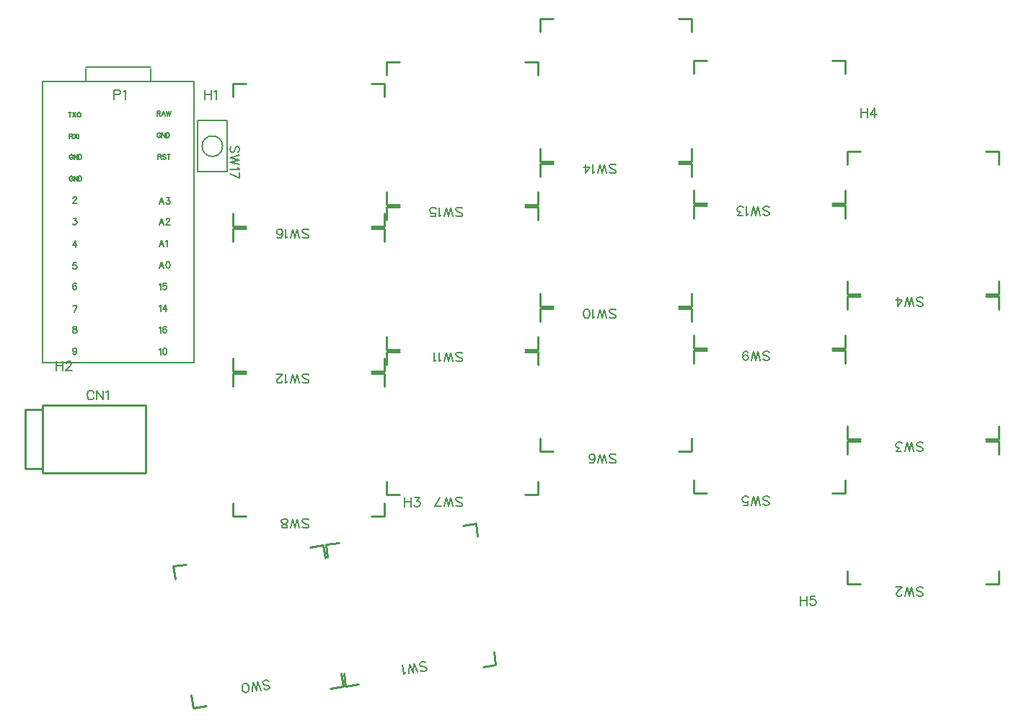
<source format=gto>
G04 Layer: TopSilkLayer*
G04 EasyEDA v6.4.7, 2020-12-07T21:14:05+01:00*
G04 b914d488d3f24411b8e9a5840e5f031f,4d97e48eab474e129cc19cc013e78dee,10*
G04 Gerber Generator version 0.2*
G04 Scale: 100 percent, Rotated: No, Reflected: No *
G04 Dimensions in millimeters *
G04 leading zeros omitted , absolute positions ,3 integer and 3 decimal *
%FSLAX33Y33*%
%MOMM*%
G90*
D02*

%ADD10C,0.254000*%
%ADD17C,0.203200*%
%ADD18C,0.203200*%
%ADD19C,0.178003*%
%ADD20C,0.177800*%
%ADD21C,0.152400*%

%LPD*%
G54D10*
G01X16893Y17853D02*
G01X17105Y16344D01*
G01X16893Y17853D02*
G01X18402Y18065D01*
G01X32986Y20112D02*
G01X34485Y20332D01*
G01X34697Y18823D01*
G01X16893Y17853D02*
G01X17105Y16344D01*
G01X16893Y17853D02*
G01X18402Y18065D01*
G01X32991Y20115D02*
G01X34489Y20335D01*
G01X34702Y18826D01*
G01X20735Y1464D02*
G01X19226Y1252D01*
G01X19014Y2761D01*
G01X36621Y5236D02*
G01X36833Y3726D01*
G01X35324Y3514D01*
G01X20735Y1464D02*
G01X19226Y1252D01*
G01X19014Y2761D01*
G01X36621Y5236D02*
G01X36833Y3726D01*
G01X35324Y3514D01*
G01X34800Y20393D02*
G01X35012Y18884D01*
G01X34800Y20393D02*
G01X36309Y20605D01*
G01X50893Y22652D02*
G01X52392Y22872D01*
G01X52604Y21363D01*
G01X34800Y20393D02*
G01X35012Y18884D01*
G01X34800Y20393D02*
G01X36309Y20605D01*
G01X50898Y22655D02*
G01X52396Y22875D01*
G01X52609Y21366D01*
G01X38642Y4004D02*
G01X37133Y3792D01*
G01X36921Y5301D01*
G01X54528Y7776D02*
G01X54740Y6266D01*
G01X53231Y6054D01*
G01X38642Y4004D02*
G01X37133Y3792D01*
G01X36921Y5301D01*
G01X54528Y7776D02*
G01X54740Y6266D01*
G01X53231Y6054D01*
G01X96022Y32512D02*
G01X96022Y30988D01*
G01X96022Y32512D02*
G01X97546Y32512D01*
G01X112273Y32509D02*
G01X113787Y32518D01*
G01X113787Y30994D01*
G01X96022Y32512D02*
G01X96022Y30988D01*
G01X96022Y32512D02*
G01X97546Y32512D01*
G01X112278Y32512D02*
G01X113792Y32521D01*
G01X113792Y30997D01*
G01X97546Y15748D02*
G01X96022Y15748D01*
G01X96022Y17272D01*
G01X113802Y17272D02*
G01X113802Y15748D01*
G01X112278Y15748D01*
G01X97546Y15748D02*
G01X96022Y15748D01*
G01X96022Y17272D01*
G01X113802Y17272D02*
G01X113802Y15748D01*
G01X112278Y15748D01*
G01X96022Y49530D02*
G01X96022Y48006D01*
G01X96022Y49530D02*
G01X97546Y49530D01*
G01X112273Y49527D02*
G01X113787Y49536D01*
G01X113787Y48012D01*
G01X96022Y49530D02*
G01X96022Y48006D01*
G01X96022Y49530D02*
G01X97546Y49530D01*
G01X112278Y49530D02*
G01X113792Y49539D01*
G01X113792Y48015D01*
G01X97546Y32766D02*
G01X96022Y32766D01*
G01X96022Y34290D01*
G01X113802Y34290D02*
G01X113802Y32766D01*
G01X112278Y32766D01*
G01X97546Y32766D02*
G01X96022Y32766D01*
G01X96022Y34290D01*
G01X113802Y34290D02*
G01X113802Y32766D01*
G01X112278Y32766D01*
G01X96022Y66548D02*
G01X96022Y65024D01*
G01X96022Y66548D02*
G01X97546Y66548D01*
G01X112273Y66545D02*
G01X113787Y66554D01*
G01X113787Y65030D01*
G01X96022Y66548D02*
G01X96022Y65024D01*
G01X96022Y66548D02*
G01X97546Y66548D01*
G01X112278Y66548D02*
G01X113792Y66557D01*
G01X113792Y65033D01*
G01X97546Y49784D02*
G01X96022Y49784D01*
G01X96022Y51308D01*
G01X113802Y51308D02*
G01X113802Y49784D01*
G01X112278Y49784D01*
G01X97546Y49784D02*
G01X96022Y49784D01*
G01X96022Y51308D01*
G01X113802Y51308D02*
G01X113802Y49784D01*
G01X112278Y49784D01*
G01X77988Y43180D02*
G01X77988Y41656D01*
G01X77988Y43180D02*
G01X79512Y43180D01*
G01X94239Y43177D02*
G01X95753Y43186D01*
G01X95753Y41662D01*
G01X77988Y43180D02*
G01X77988Y41656D01*
G01X77988Y43180D02*
G01X79512Y43180D01*
G01X94244Y43180D02*
G01X95758Y43189D01*
G01X95758Y41665D01*
G01X79512Y26416D02*
G01X77988Y26416D01*
G01X77988Y27940D01*
G01X95768Y27940D02*
G01X95768Y26416D01*
G01X94244Y26416D01*
G01X79512Y26416D02*
G01X77988Y26416D01*
G01X77988Y27940D01*
G01X95768Y27940D02*
G01X95768Y26416D01*
G01X94244Y26416D01*
G01X59954Y48133D02*
G01X59954Y46609D01*
G01X59954Y48133D02*
G01X61478Y48133D01*
G01X76205Y48130D02*
G01X77719Y48139D01*
G01X77719Y46615D01*
G01X59954Y48133D02*
G01X59954Y46609D01*
G01X59954Y48133D02*
G01X61478Y48133D01*
G01X76210Y48133D02*
G01X77724Y48142D01*
G01X77724Y46618D01*
G01X61478Y31369D02*
G01X59954Y31369D01*
G01X59954Y32893D01*
G01X77734Y32893D02*
G01X77734Y31369D01*
G01X76210Y31369D01*
G01X61478Y31369D02*
G01X59954Y31369D01*
G01X59954Y32893D01*
G01X77734Y32893D02*
G01X77734Y31369D01*
G01X76210Y31369D01*
G01X41920Y43053D02*
G01X41920Y41529D01*
G01X41920Y43053D02*
G01X43444Y43053D01*
G01X58171Y43050D02*
G01X59685Y43059D01*
G01X59685Y41535D01*
G01X41920Y43053D02*
G01X41920Y41529D01*
G01X41920Y43053D02*
G01X43444Y43053D01*
G01X58176Y43053D02*
G01X59690Y43062D01*
G01X59690Y41538D01*
G01X43444Y26289D02*
G01X41920Y26289D01*
G01X41920Y27813D01*
G01X59700Y27813D02*
G01X59700Y26289D01*
G01X58176Y26289D01*
G01X43444Y26289D02*
G01X41920Y26289D01*
G01X41920Y27813D01*
G01X59700Y27813D02*
G01X59700Y26289D01*
G01X58176Y26289D01*
G01X23886Y40513D02*
G01X23886Y38989D01*
G01X23886Y40513D02*
G01X25410Y40513D01*
G01X40137Y40510D02*
G01X41651Y40519D01*
G01X41651Y38995D01*
G01X23886Y40513D02*
G01X23886Y38989D01*
G01X23886Y40513D02*
G01X25410Y40513D01*
G01X40142Y40513D02*
G01X41656Y40522D01*
G01X41656Y38998D01*
G01X25410Y23749D02*
G01X23886Y23749D01*
G01X23886Y25273D01*
G01X41666Y25273D02*
G01X41666Y23749D01*
G01X40142Y23749D01*
G01X25410Y23749D02*
G01X23886Y23749D01*
G01X23886Y25273D01*
G01X41666Y25273D02*
G01X41666Y23749D01*
G01X40142Y23749D01*
G01X77988Y60198D02*
G01X77988Y58674D01*
G01X77988Y60198D02*
G01X79512Y60198D01*
G01X94239Y60195D02*
G01X95753Y60204D01*
G01X95753Y58680D01*
G01X77988Y60198D02*
G01X77988Y58674D01*
G01X77988Y60198D02*
G01X79512Y60198D01*
G01X94244Y60198D02*
G01X95758Y60207D01*
G01X95758Y58683D01*
G01X79512Y43434D02*
G01X77988Y43434D01*
G01X77988Y44958D01*
G01X95768Y44958D02*
G01X95768Y43434D01*
G01X94244Y43434D01*
G01X79512Y43434D02*
G01X77988Y43434D01*
G01X77988Y44958D01*
G01X95768Y44958D02*
G01X95768Y43434D01*
G01X94244Y43434D01*
G01X59954Y65151D02*
G01X59954Y63627D01*
G01X59954Y65151D02*
G01X61478Y65151D01*
G01X76205Y65148D02*
G01X77719Y65157D01*
G01X77719Y63633D01*
G01X59954Y65151D02*
G01X59954Y63627D01*
G01X59954Y65151D02*
G01X61478Y65151D01*
G01X76210Y65151D02*
G01X77724Y65160D01*
G01X77724Y63636D01*
G01X61478Y48387D02*
G01X59954Y48387D01*
G01X59954Y49911D01*
G01X77734Y49911D02*
G01X77734Y48387D01*
G01X76210Y48387D01*
G01X61478Y48387D02*
G01X59954Y48387D01*
G01X59954Y49911D01*
G01X77734Y49911D02*
G01X77734Y48387D01*
G01X76210Y48387D01*
G01X41920Y60071D02*
G01X41920Y58547D01*
G01X41920Y60071D02*
G01X43444Y60071D01*
G01X58171Y60068D02*
G01X59685Y60077D01*
G01X59685Y58553D01*
G01X41920Y60071D02*
G01X41920Y58547D01*
G01X41920Y60071D02*
G01X43444Y60071D01*
G01X58176Y60071D02*
G01X59690Y60080D01*
G01X59690Y58556D01*
G01X43444Y43307D02*
G01X41920Y43307D01*
G01X41920Y44831D01*
G01X59700Y44831D02*
G01X59700Y43307D01*
G01X58176Y43307D01*
G01X43444Y43307D02*
G01X41920Y43307D01*
G01X41920Y44831D01*
G01X59700Y44831D02*
G01X59700Y43307D01*
G01X58176Y43307D01*
G01X23886Y57531D02*
G01X23886Y56007D01*
G01X23886Y57531D02*
G01X25410Y57531D01*
G01X40137Y57528D02*
G01X41651Y57537D01*
G01X41651Y56013D01*
G01X23886Y57531D02*
G01X23886Y56007D01*
G01X23886Y57531D02*
G01X25410Y57531D01*
G01X40142Y57531D02*
G01X41656Y57540D01*
G01X41656Y56016D01*
G01X25410Y40767D02*
G01X23886Y40767D01*
G01X23886Y42291D01*
G01X41666Y42291D02*
G01X41666Y40767D01*
G01X40142Y40767D01*
G01X25410Y40767D02*
G01X23886Y40767D01*
G01X23886Y42291D01*
G01X41666Y42291D02*
G01X41666Y40767D01*
G01X40142Y40767D01*
G01X77988Y77216D02*
G01X77988Y75692D01*
G01X77988Y77216D02*
G01X79512Y77216D01*
G01X94239Y77213D02*
G01X95753Y77222D01*
G01X95753Y75698D01*
G01X77988Y77216D02*
G01X77988Y75692D01*
G01X77988Y77216D02*
G01X79512Y77216D01*
G01X94244Y77216D02*
G01X95758Y77225D01*
G01X95758Y75701D01*
G01X79512Y60452D02*
G01X77988Y60452D01*
G01X77988Y61976D01*
G01X95768Y61976D02*
G01X95768Y60452D01*
G01X94244Y60452D01*
G01X79512Y60452D02*
G01X77988Y60452D01*
G01X77988Y61976D01*
G01X95768Y61976D02*
G01X95768Y60452D01*
G01X94244Y60452D01*
G01X59954Y82169D02*
G01X59954Y80645D01*
G01X59954Y82169D02*
G01X61478Y82169D01*
G01X76205Y82166D02*
G01X77719Y82175D01*
G01X77719Y80651D01*
G01X59954Y82169D02*
G01X59954Y80645D01*
G01X59954Y82169D02*
G01X61478Y82169D01*
G01X76210Y82169D02*
G01X77724Y82178D01*
G01X77724Y80654D01*
G01X61478Y65405D02*
G01X59954Y65405D01*
G01X59954Y66929D01*
G01X77734Y66929D02*
G01X77734Y65405D01*
G01X76210Y65405D01*
G01X61478Y65405D02*
G01X59954Y65405D01*
G01X59954Y66929D01*
G01X77734Y66929D02*
G01X77734Y65405D01*
G01X76210Y65405D01*
G01X41920Y77089D02*
G01X41920Y75565D01*
G01X41920Y77089D02*
G01X43444Y77089D01*
G01X58171Y77086D02*
G01X59685Y77095D01*
G01X59685Y75571D01*
G01X41920Y77089D02*
G01X41920Y75565D01*
G01X41920Y77089D02*
G01X43444Y77089D01*
G01X58176Y77089D02*
G01X59690Y77098D01*
G01X59690Y75574D01*
G01X43444Y60325D02*
G01X41920Y60325D01*
G01X41920Y61849D01*
G01X59700Y61849D02*
G01X59700Y60325D01*
G01X58176Y60325D01*
G01X43444Y60325D02*
G01X41920Y60325D01*
G01X41920Y61849D01*
G01X59700Y61849D02*
G01X59700Y60325D01*
G01X58176Y60325D01*
G01X23886Y74549D02*
G01X23886Y73025D01*
G01X23886Y74549D02*
G01X25410Y74549D01*
G01X40137Y74546D02*
G01X41651Y74555D01*
G01X41651Y73031D01*
G01X23886Y74549D02*
G01X23886Y73025D01*
G01X23886Y74549D02*
G01X25410Y74549D01*
G01X40142Y74549D02*
G01X41656Y74558D01*
G01X41656Y73034D01*
G01X25410Y57785D02*
G01X23886Y57785D01*
G01X23886Y59309D01*
G01X41666Y59309D02*
G01X41666Y57785D01*
G01X40142Y57785D01*
G01X25410Y57785D02*
G01X23886Y57785D01*
G01X23886Y59309D01*
G01X41666Y59309D02*
G01X41666Y57785D01*
G01X40142Y57785D01*
G54D17*
G01X6614Y74803D02*
G01X6614Y76327D01*
G01X14234Y76327D02*
G01X14234Y74803D01*
G01X6614Y76454D02*
G01X14234Y76454D01*
G54D18*
G01X1534Y74803D02*
G01X1534Y41783D01*
G01X19314Y41783D01*
G01X19314Y74803D01*
G01X1534Y74803D01*
G54D10*
G01X-465Y36281D02*
G01X-465Y29282D01*
G01X-465Y29282D02*
G01X1534Y29282D01*
G01X-465Y36281D02*
G01X1534Y36281D01*
G01X1534Y36781D02*
G01X13634Y36781D01*
G01X13634Y28782D01*
G01X1534Y28782D01*
G01X1534Y36781D01*
G54D19*
G01X23223Y64183D02*
G01X19723Y64183D01*
G01X23223Y70182D02*
G01X19723Y70182D01*
G01X19720Y70180D02*
G01X19720Y64180D01*
G54D20*
G01X23225Y64185D02*
G01X23225Y70185D01*
G54D21*
G01X27495Y3482D02*
G01X27612Y3393D01*
G01X27775Y3365D01*
G01X27979Y3393D01*
G01X28128Y3466D01*
G01X28216Y3583D01*
G01X28202Y3686D01*
G01X28135Y3782D01*
G01X28077Y3825D01*
G01X27967Y3864D01*
G01X27643Y3923D01*
G01X27533Y3959D01*
G01X27475Y4005D01*
G01X27408Y4101D01*
G01X27386Y4254D01*
G01X27475Y4372D01*
G01X27624Y4444D01*
G01X27827Y4473D01*
G01X27990Y4444D01*
G01X28108Y4356D01*
G01X27177Y3281D02*
G01X26768Y4324D01*
G01X26663Y3209D02*
G01X26768Y4324D01*
G01X26663Y3209D02*
G01X26255Y4252D01*
G01X26148Y3136D02*
G01X26255Y4252D01*
G01X25501Y3045D02*
G01X25648Y3117D01*
G01X25729Y3288D01*
G01X25743Y3551D01*
G01X25722Y3705D01*
G01X25635Y3957D01*
G01X25510Y4096D01*
G01X25350Y4124D01*
G01X25247Y4110D01*
G01X25098Y4038D01*
G01X25016Y3870D01*
G01X25002Y3604D01*
G01X25024Y3450D01*
G01X25110Y3201D01*
G01X25235Y3059D01*
G01X25398Y3031D01*
G01X25501Y3045D01*
G01X45911Y5641D02*
G01X46029Y5552D01*
G01X46189Y5524D01*
G01X46396Y5553D01*
G01X46542Y5624D01*
G01X46631Y5742D01*
G01X46616Y5845D01*
G01X46551Y5941D01*
G01X46491Y5987D01*
G01X46381Y6023D01*
G01X46057Y6082D01*
G01X45949Y6118D01*
G01X45889Y6164D01*
G01X45824Y6260D01*
G01X45803Y6413D01*
G01X45891Y6531D01*
G01X46038Y6603D01*
G01X46244Y6632D01*
G01X46404Y6603D01*
G01X46522Y6514D01*
G01X45593Y5440D02*
G01X45183Y6482D01*
G01X45078Y5367D02*
G01X45183Y6482D01*
G01X45078Y5367D02*
G01X44669Y6410D01*
G01X44564Y5295D02*
G01X44669Y6410D01*
G01X44196Y5454D02*
G01X44100Y5386D01*
G01X43966Y5211D01*
G01X43814Y6290D01*
G01X104185Y14495D02*
G01X104289Y14391D01*
G01X104444Y14340D01*
G01X104653Y14340D01*
G01X104808Y14391D01*
G01X104912Y14495D01*
G01X104912Y14599D01*
G01X104861Y14704D01*
G01X104808Y14757D01*
G01X104704Y14808D01*
G01X104391Y14912D01*
G01X104289Y14963D01*
G01X104236Y15016D01*
G01X104185Y15120D01*
G01X104185Y15275D01*
G01X104289Y15379D01*
G01X104444Y15430D01*
G01X104653Y15430D01*
G01X104808Y15379D01*
G01X104912Y15275D01*
G01X103842Y14340D02*
G01X103581Y15430D01*
G01X103322Y14340D02*
G01X103581Y15430D01*
G01X103322Y14340D02*
G01X103063Y15430D01*
G01X102804Y14340D02*
G01X103063Y15430D01*
G01X102407Y14599D02*
G01X102407Y14549D01*
G01X102357Y14444D01*
G01X102303Y14391D01*
G01X102199Y14340D01*
G01X101991Y14340D01*
G01X101889Y14391D01*
G01X101836Y14444D01*
G01X101785Y14549D01*
G01X101785Y14653D01*
G01X101836Y14757D01*
G01X101940Y14912D01*
G01X102461Y15430D01*
G01X101732Y15430D01*
G01X104185Y31513D02*
G01X104289Y31409D01*
G01X104444Y31358D01*
G01X104653Y31358D01*
G01X104808Y31409D01*
G01X104912Y31513D01*
G01X104912Y31617D01*
G01X104861Y31722D01*
G01X104808Y31775D01*
G01X104704Y31826D01*
G01X104391Y31930D01*
G01X104289Y31981D01*
G01X104236Y32034D01*
G01X104185Y32138D01*
G01X104185Y32293D01*
G01X104289Y32397D01*
G01X104444Y32448D01*
G01X104653Y32448D01*
G01X104808Y32397D01*
G01X104912Y32293D01*
G01X103842Y31358D02*
G01X103581Y32448D01*
G01X103322Y31358D02*
G01X103581Y32448D01*
G01X103322Y31358D02*
G01X103063Y32448D01*
G01X102804Y31358D02*
G01X103063Y32448D01*
G01X102356Y31358D02*
G01X101785Y31358D01*
G01X102095Y31775D01*
G01X101940Y31775D01*
G01X101836Y31826D01*
G01X101785Y31877D01*
G01X101732Y32034D01*
G01X101732Y32138D01*
G01X101785Y32293D01*
G01X101889Y32397D01*
G01X102044Y32448D01*
G01X102199Y32448D01*
G01X102357Y32397D01*
G01X102407Y32346D01*
G01X102461Y32242D01*
G01X104185Y48531D02*
G01X104289Y48427D01*
G01X104444Y48376D01*
G01X104653Y48376D01*
G01X104808Y48427D01*
G01X104912Y48531D01*
G01X104912Y48635D01*
G01X104861Y48740D01*
G01X104808Y48793D01*
G01X104704Y48844D01*
G01X104391Y48948D01*
G01X104289Y48999D01*
G01X104236Y49052D01*
G01X104185Y49156D01*
G01X104185Y49311D01*
G01X104289Y49415D01*
G01X104444Y49466D01*
G01X104653Y49466D01*
G01X104808Y49415D01*
G01X104912Y49311D01*
G01X103842Y48376D02*
G01X103581Y49466D01*
G01X103322Y48376D02*
G01X103581Y49466D01*
G01X103322Y48376D02*
G01X103063Y49466D01*
G01X102804Y48376D02*
G01X103063Y49466D01*
G01X101940Y48376D02*
G01X102461Y49103D01*
G01X101681Y49103D01*
G01X101940Y48376D02*
G01X101940Y49466D01*
G01X86151Y25163D02*
G01X86255Y25059D01*
G01X86410Y25008D01*
G01X86619Y25008D01*
G01X86774Y25059D01*
G01X86878Y25163D01*
G01X86878Y25267D01*
G01X86827Y25372D01*
G01X86774Y25425D01*
G01X86670Y25476D01*
G01X86357Y25580D01*
G01X86255Y25631D01*
G01X86202Y25684D01*
G01X86151Y25788D01*
G01X86151Y25943D01*
G01X86255Y26047D01*
G01X86410Y26098D01*
G01X86619Y26098D01*
G01X86774Y26047D01*
G01X86878Y25943D01*
G01X85808Y25008D02*
G01X85547Y26098D01*
G01X85288Y25008D02*
G01X85547Y26098D01*
G01X85288Y25008D02*
G01X85029Y26098D01*
G01X84770Y25008D02*
G01X85029Y26098D01*
G01X83802Y25008D02*
G01X84323Y25008D01*
G01X84373Y25476D01*
G01X84323Y25425D01*
G01X84165Y25372D01*
G01X84010Y25372D01*
G01X83855Y25425D01*
G01X83751Y25527D01*
G01X83698Y25684D01*
G01X83698Y25788D01*
G01X83751Y25943D01*
G01X83855Y26047D01*
G01X84010Y26098D01*
G01X84165Y26098D01*
G01X84323Y26047D01*
G01X84373Y25996D01*
G01X84427Y25892D01*
G01X68117Y30116D02*
G01X68221Y30012D01*
G01X68376Y29961D01*
G01X68585Y29961D01*
G01X68740Y30012D01*
G01X68844Y30116D01*
G01X68844Y30220D01*
G01X68793Y30325D01*
G01X68740Y30378D01*
G01X68636Y30429D01*
G01X68323Y30533D01*
G01X68221Y30584D01*
G01X68168Y30637D01*
G01X68117Y30741D01*
G01X68117Y30896D01*
G01X68221Y31000D01*
G01X68376Y31051D01*
G01X68585Y31051D01*
G01X68740Y31000D01*
G01X68844Y30896D01*
G01X67774Y29961D02*
G01X67513Y31051D01*
G01X67254Y29961D02*
G01X67513Y31051D01*
G01X67254Y29961D02*
G01X66995Y31051D01*
G01X66736Y29961D02*
G01X66995Y31051D01*
G01X65768Y30116D02*
G01X65821Y30012D01*
G01X65976Y29961D01*
G01X66080Y29961D01*
G01X66235Y30012D01*
G01X66339Y30170D01*
G01X66393Y30429D01*
G01X66393Y30688D01*
G01X66339Y30896D01*
G01X66235Y31000D01*
G01X66080Y31051D01*
G01X66027Y31051D01*
G01X65872Y31000D01*
G01X65768Y30896D01*
G01X65717Y30741D01*
G01X65717Y30688D01*
G01X65768Y30533D01*
G01X65872Y30429D01*
G01X66027Y30378D01*
G01X66080Y30378D01*
G01X66235Y30429D01*
G01X66339Y30533D01*
G01X66393Y30688D01*
G01X50083Y25036D02*
G01X50187Y24932D01*
G01X50342Y24881D01*
G01X50551Y24881D01*
G01X50706Y24932D01*
G01X50810Y25036D01*
G01X50810Y25140D01*
G01X50759Y25245D01*
G01X50706Y25298D01*
G01X50602Y25349D01*
G01X50289Y25453D01*
G01X50187Y25504D01*
G01X50134Y25557D01*
G01X50083Y25661D01*
G01X50083Y25816D01*
G01X50187Y25920D01*
G01X50342Y25971D01*
G01X50551Y25971D01*
G01X50706Y25920D01*
G01X50810Y25816D01*
G01X49740Y24881D02*
G01X49479Y25971D01*
G01X49220Y24881D02*
G01X49479Y25971D01*
G01X49220Y24881D02*
G01X48961Y25971D01*
G01X48702Y24881D02*
G01X48961Y25971D01*
G01X47630Y24881D02*
G01X48150Y25971D01*
G01X48359Y24881D02*
G01X47630Y24881D01*
G01X32049Y22496D02*
G01X32153Y22392D01*
G01X32308Y22341D01*
G01X32517Y22341D01*
G01X32672Y22392D01*
G01X32776Y22496D01*
G01X32776Y22600D01*
G01X32725Y22705D01*
G01X32672Y22758D01*
G01X32568Y22809D01*
G01X32255Y22913D01*
G01X32153Y22964D01*
G01X32100Y23017D01*
G01X32049Y23121D01*
G01X32049Y23276D01*
G01X32153Y23380D01*
G01X32308Y23431D01*
G01X32517Y23431D01*
G01X32672Y23380D01*
G01X32776Y23276D01*
G01X31706Y22341D02*
G01X31445Y23431D01*
G01X31186Y22341D02*
G01X31445Y23431D01*
G01X31186Y22341D02*
G01X30927Y23431D01*
G01X30668Y22341D02*
G01X30927Y23431D01*
G01X30063Y22341D02*
G01X30221Y22392D01*
G01X30271Y22496D01*
G01X30271Y22600D01*
G01X30221Y22705D01*
G01X30116Y22758D01*
G01X29908Y22809D01*
G01X29753Y22860D01*
G01X29649Y22964D01*
G01X29596Y23068D01*
G01X29596Y23225D01*
G01X29649Y23329D01*
G01X29700Y23380D01*
G01X29855Y23431D01*
G01X30063Y23431D01*
G01X30221Y23380D01*
G01X30271Y23329D01*
G01X30325Y23225D01*
G01X30325Y23068D01*
G01X30271Y22964D01*
G01X30167Y22860D01*
G01X30012Y22809D01*
G01X29804Y22758D01*
G01X29700Y22705D01*
G01X29649Y22600D01*
G01X29649Y22496D01*
G01X29700Y22392D01*
G01X29855Y22341D01*
G01X30063Y22341D01*
G01X86151Y42181D02*
G01X86255Y42077D01*
G01X86410Y42026D01*
G01X86619Y42026D01*
G01X86774Y42077D01*
G01X86878Y42181D01*
G01X86878Y42285D01*
G01X86827Y42390D01*
G01X86774Y42443D01*
G01X86670Y42494D01*
G01X86357Y42598D01*
G01X86255Y42649D01*
G01X86202Y42702D01*
G01X86151Y42806D01*
G01X86151Y42961D01*
G01X86255Y43065D01*
G01X86410Y43116D01*
G01X86619Y43116D01*
G01X86774Y43065D01*
G01X86878Y42961D01*
G01X85808Y42026D02*
G01X85547Y43116D01*
G01X85288Y42026D02*
G01X85547Y43116D01*
G01X85288Y42026D02*
G01X85029Y43116D01*
G01X84770Y42026D02*
G01X85029Y43116D01*
G01X83751Y42390D02*
G01X83802Y42545D01*
G01X83906Y42649D01*
G01X84061Y42702D01*
G01X84114Y42702D01*
G01X84269Y42649D01*
G01X84373Y42545D01*
G01X84427Y42390D01*
G01X84427Y42339D01*
G01X84373Y42181D01*
G01X84269Y42077D01*
G01X84114Y42026D01*
G01X84061Y42026D01*
G01X83906Y42077D01*
G01X83802Y42181D01*
G01X83751Y42390D01*
G01X83751Y42649D01*
G01X83802Y42910D01*
G01X83906Y43065D01*
G01X84061Y43116D01*
G01X84165Y43116D01*
G01X84323Y43065D01*
G01X84373Y42961D01*
G01X68117Y47134D02*
G01X68221Y47030D01*
G01X68376Y46979D01*
G01X68585Y46979D01*
G01X68740Y47030D01*
G01X68844Y47134D01*
G01X68844Y47238D01*
G01X68793Y47343D01*
G01X68740Y47396D01*
G01X68636Y47447D01*
G01X68323Y47551D01*
G01X68221Y47602D01*
G01X68168Y47655D01*
G01X68117Y47759D01*
G01X68117Y47914D01*
G01X68221Y48018D01*
G01X68376Y48069D01*
G01X68585Y48069D01*
G01X68740Y48018D01*
G01X68844Y47914D01*
G01X67774Y46979D02*
G01X67513Y48069D01*
G01X67254Y46979D02*
G01X67513Y48069D01*
G01X67254Y46979D02*
G01X66995Y48069D01*
G01X66736Y46979D02*
G01X66995Y48069D01*
G01X66393Y47188D02*
G01X66289Y47134D01*
G01X66131Y46979D01*
G01X66131Y48069D01*
G01X65478Y46979D02*
G01X65633Y47030D01*
G01X65737Y47188D01*
G01X65788Y47447D01*
G01X65788Y47602D01*
G01X65737Y47863D01*
G01X65633Y48018D01*
G01X65478Y48069D01*
G01X65374Y48069D01*
G01X65217Y48018D01*
G01X65113Y47863D01*
G01X65062Y47602D01*
G01X65062Y47447D01*
G01X65113Y47188D01*
G01X65217Y47030D01*
G01X65374Y46979D01*
G01X65478Y46979D01*
G01X50083Y42054D02*
G01X50187Y41950D01*
G01X50342Y41899D01*
G01X50551Y41899D01*
G01X50706Y41950D01*
G01X50810Y42054D01*
G01X50810Y42158D01*
G01X50759Y42263D01*
G01X50706Y42316D01*
G01X50602Y42367D01*
G01X50289Y42471D01*
G01X50187Y42522D01*
G01X50134Y42575D01*
G01X50083Y42679D01*
G01X50083Y42834D01*
G01X50187Y42938D01*
G01X50342Y42989D01*
G01X50551Y42989D01*
G01X50706Y42938D01*
G01X50810Y42834D01*
G01X49740Y41899D02*
G01X49479Y42989D01*
G01X49220Y41899D02*
G01X49479Y42989D01*
G01X49220Y41899D02*
G01X48961Y42989D01*
G01X48702Y41899D02*
G01X48961Y42989D01*
G01X48359Y42108D02*
G01X48255Y42054D01*
G01X48097Y41899D01*
G01X48097Y42989D01*
G01X47754Y42108D02*
G01X47650Y42054D01*
G01X47495Y41899D01*
G01X47495Y42989D01*
G01X32049Y39514D02*
G01X32153Y39410D01*
G01X32308Y39359D01*
G01X32517Y39359D01*
G01X32672Y39410D01*
G01X32776Y39514D01*
G01X32776Y39618D01*
G01X32725Y39723D01*
G01X32672Y39776D01*
G01X32568Y39827D01*
G01X32255Y39931D01*
G01X32153Y39982D01*
G01X32100Y40035D01*
G01X32049Y40139D01*
G01X32049Y40294D01*
G01X32153Y40398D01*
G01X32308Y40449D01*
G01X32517Y40449D01*
G01X32672Y40398D01*
G01X32776Y40294D01*
G01X31706Y39359D02*
G01X31445Y40449D01*
G01X31186Y39359D02*
G01X31445Y40449D01*
G01X31186Y39359D02*
G01X30927Y40449D01*
G01X30668Y39359D02*
G01X30927Y40449D01*
G01X30325Y39568D02*
G01X30221Y39514D01*
G01X30063Y39359D01*
G01X30063Y40449D01*
G01X29669Y39618D02*
G01X29669Y39568D01*
G01X29616Y39463D01*
G01X29565Y39410D01*
G01X29461Y39359D01*
G01X29253Y39359D01*
G01X29149Y39410D01*
G01X29098Y39463D01*
G01X29045Y39568D01*
G01X29045Y39672D01*
G01X29098Y39776D01*
G01X29202Y39931D01*
G01X29720Y40449D01*
G01X28994Y40449D01*
G01X86151Y59199D02*
G01X86255Y59095D01*
G01X86410Y59044D01*
G01X86619Y59044D01*
G01X86774Y59095D01*
G01X86878Y59199D01*
G01X86878Y59303D01*
G01X86827Y59408D01*
G01X86774Y59461D01*
G01X86670Y59512D01*
G01X86357Y59616D01*
G01X86255Y59667D01*
G01X86202Y59720D01*
G01X86151Y59824D01*
G01X86151Y59979D01*
G01X86255Y60083D01*
G01X86410Y60134D01*
G01X86619Y60134D01*
G01X86774Y60083D01*
G01X86878Y59979D01*
G01X85808Y59044D02*
G01X85547Y60134D01*
G01X85288Y59044D02*
G01X85547Y60134D01*
G01X85288Y59044D02*
G01X85029Y60134D01*
G01X84770Y59044D02*
G01X85029Y60134D01*
G01X84427Y59253D02*
G01X84323Y59199D01*
G01X84165Y59044D01*
G01X84165Y60134D01*
G01X83718Y59044D02*
G01X83147Y59044D01*
G01X83459Y59461D01*
G01X83304Y59461D01*
G01X83200Y59512D01*
G01X83147Y59563D01*
G01X83096Y59720D01*
G01X83096Y59824D01*
G01X83147Y59979D01*
G01X83251Y60083D01*
G01X83408Y60134D01*
G01X83563Y60134D01*
G01X83718Y60083D01*
G01X83771Y60032D01*
G01X83822Y59928D01*
G01X68117Y64152D02*
G01X68221Y64048D01*
G01X68376Y63997D01*
G01X68585Y63997D01*
G01X68740Y64048D01*
G01X68844Y64152D01*
G01X68844Y64256D01*
G01X68793Y64361D01*
G01X68740Y64414D01*
G01X68636Y64465D01*
G01X68323Y64569D01*
G01X68221Y64620D01*
G01X68168Y64673D01*
G01X68117Y64777D01*
G01X68117Y64932D01*
G01X68221Y65036D01*
G01X68376Y65087D01*
G01X68585Y65087D01*
G01X68740Y65036D01*
G01X68844Y64932D01*
G01X67774Y63997D02*
G01X67513Y65087D01*
G01X67254Y63997D02*
G01X67513Y65087D01*
G01X67254Y63997D02*
G01X66995Y65087D01*
G01X66736Y63997D02*
G01X66995Y65087D01*
G01X66393Y64206D02*
G01X66289Y64152D01*
G01X66131Y63997D01*
G01X66131Y65087D01*
G01X65270Y63997D02*
G01X65788Y64724D01*
G01X65008Y64724D01*
G01X65270Y63997D02*
G01X65270Y65087D01*
G01X50083Y59072D02*
G01X50187Y58968D01*
G01X50342Y58917D01*
G01X50551Y58917D01*
G01X50706Y58968D01*
G01X50810Y59072D01*
G01X50810Y59176D01*
G01X50759Y59281D01*
G01X50706Y59334D01*
G01X50602Y59385D01*
G01X50289Y59489D01*
G01X50187Y59540D01*
G01X50134Y59593D01*
G01X50083Y59697D01*
G01X50083Y59852D01*
G01X50187Y59956D01*
G01X50342Y60007D01*
G01X50551Y60007D01*
G01X50706Y59956D01*
G01X50810Y59852D01*
G01X49740Y58917D02*
G01X49479Y60007D01*
G01X49220Y58917D02*
G01X49479Y60007D01*
G01X49220Y58917D02*
G01X48961Y60007D01*
G01X48702Y58917D02*
G01X48961Y60007D01*
G01X48359Y59126D02*
G01X48255Y59072D01*
G01X48097Y58917D01*
G01X48097Y60007D01*
G01X47132Y58917D02*
G01X47650Y58917D01*
G01X47703Y59385D01*
G01X47650Y59334D01*
G01X47495Y59281D01*
G01X47340Y59281D01*
G01X47183Y59334D01*
G01X47079Y59436D01*
G01X47028Y59593D01*
G01X47028Y59697D01*
G01X47079Y59852D01*
G01X47183Y59956D01*
G01X47340Y60007D01*
G01X47495Y60007D01*
G01X47650Y59956D01*
G01X47703Y59905D01*
G01X47754Y59801D01*
G01X32049Y56532D02*
G01X32153Y56428D01*
G01X32308Y56377D01*
G01X32517Y56377D01*
G01X32672Y56428D01*
G01X32776Y56532D01*
G01X32776Y56636D01*
G01X32725Y56741D01*
G01X32672Y56794D01*
G01X32568Y56845D01*
G01X32255Y56949D01*
G01X32153Y57000D01*
G01X32100Y57053D01*
G01X32049Y57157D01*
G01X32049Y57312D01*
G01X32153Y57416D01*
G01X32308Y57467D01*
G01X32517Y57467D01*
G01X32672Y57416D01*
G01X32776Y57312D01*
G01X31706Y56377D02*
G01X31445Y57467D01*
G01X31186Y56377D02*
G01X31445Y57467D01*
G01X31186Y56377D02*
G01X30927Y57467D01*
G01X30668Y56377D02*
G01X30927Y57467D01*
G01X30325Y56586D02*
G01X30221Y56532D01*
G01X30063Y56377D01*
G01X30063Y57467D01*
G01X29098Y56532D02*
G01X29149Y56428D01*
G01X29306Y56377D01*
G01X29410Y56377D01*
G01X29565Y56428D01*
G01X29669Y56586D01*
G01X29720Y56845D01*
G01X29720Y57104D01*
G01X29669Y57312D01*
G01X29565Y57416D01*
G01X29410Y57467D01*
G01X29357Y57467D01*
G01X29202Y57416D01*
G01X29098Y57312D01*
G01X29045Y57157D01*
G01X29045Y57104D01*
G01X29098Y56949D01*
G01X29202Y56845D01*
G01X29357Y56794D01*
G01X29410Y56794D01*
G01X29565Y56845D01*
G01X29669Y56949D01*
G01X29720Y57104D01*
G01X9916Y73797D02*
G01X9916Y72707D01*
G01X9916Y73797D02*
G01X10383Y73797D01*
G01X10538Y73746D01*
G01X10591Y73693D01*
G01X10642Y73588D01*
G01X10642Y73433D01*
G01X10591Y73329D01*
G01X10538Y73279D01*
G01X10383Y73225D01*
G01X9916Y73225D01*
G01X10985Y73588D02*
G01X11089Y73642D01*
G01X11247Y73797D01*
G01X11247Y72707D01*
G01X15250Y43329D02*
G01X15318Y43365D01*
G01X15423Y43469D01*
G01X15423Y42740D01*
G01X15859Y43469D02*
G01X15755Y43434D01*
G01X15687Y43329D01*
G01X15651Y43157D01*
G01X15651Y43053D01*
G01X15687Y42880D01*
G01X15755Y42776D01*
G01X15859Y42740D01*
G01X15928Y42740D01*
G01X16032Y42776D01*
G01X16101Y42880D01*
G01X16136Y43053D01*
G01X16136Y43157D01*
G01X16101Y43329D01*
G01X16032Y43434D01*
G01X15928Y43469D01*
G01X15859Y43469D01*
G01X15250Y45869D02*
G01X15318Y45905D01*
G01X15423Y46009D01*
G01X15423Y45280D01*
G01X16068Y45905D02*
G01X16032Y45974D01*
G01X15928Y46009D01*
G01X15859Y46009D01*
G01X15755Y45974D01*
G01X15687Y45869D01*
G01X15651Y45697D01*
G01X15651Y45524D01*
G01X15687Y45384D01*
G01X15755Y45316D01*
G01X15859Y45280D01*
G01X15895Y45280D01*
G01X15999Y45316D01*
G01X16068Y45384D01*
G01X16101Y45488D01*
G01X16101Y45524D01*
G01X16068Y45628D01*
G01X15999Y45697D01*
G01X15895Y45732D01*
G01X15859Y45732D01*
G01X15755Y45697D01*
G01X15687Y45628D01*
G01X15651Y45524D01*
G01X15250Y48409D02*
G01X15318Y48445D01*
G01X15423Y48549D01*
G01X15423Y47820D01*
G01X15999Y48549D02*
G01X15651Y48064D01*
G01X16172Y48064D01*
G01X15999Y48549D02*
G01X15999Y47820D01*
G01X15250Y50949D02*
G01X15318Y50985D01*
G01X15423Y51089D01*
G01X15423Y50360D01*
G01X16068Y51089D02*
G01X15720Y51089D01*
G01X15687Y50777D01*
G01X15720Y50812D01*
G01X15824Y50845D01*
G01X15928Y50845D01*
G01X16032Y50812D01*
G01X16101Y50741D01*
G01X16136Y50637D01*
G01X16136Y50568D01*
G01X16101Y50464D01*
G01X16032Y50396D01*
G01X15928Y50360D01*
G01X15824Y50360D01*
G01X15720Y50396D01*
G01X15687Y50431D01*
G01X15651Y50500D01*
G01X15527Y53629D02*
G01X15250Y52900D01*
G01X15527Y53629D02*
G01X15804Y52900D01*
G01X15354Y53144D02*
G01X15699Y53144D01*
G01X16240Y53629D02*
G01X16136Y53594D01*
G01X16068Y53489D01*
G01X16032Y53317D01*
G01X16032Y53213D01*
G01X16068Y53040D01*
G01X16136Y52936D01*
G01X16240Y52900D01*
G01X16309Y52900D01*
G01X16413Y52936D01*
G01X16482Y53040D01*
G01X16517Y53213D01*
G01X16517Y53317D01*
G01X16482Y53489D01*
G01X16413Y53594D01*
G01X16309Y53629D01*
G01X16240Y53629D01*
G01X15527Y56169D02*
G01X15250Y55440D01*
G01X15527Y56169D02*
G01X15804Y55440D01*
G01X15354Y55684D02*
G01X15699Y55684D01*
G01X16032Y56029D02*
G01X16101Y56065D01*
G01X16205Y56169D01*
G01X16205Y55440D01*
G01X15527Y58709D02*
G01X15250Y57980D01*
G01X15527Y58709D02*
G01X15804Y57980D01*
G01X15354Y58224D02*
G01X15699Y58224D01*
G01X16068Y58534D02*
G01X16068Y58569D01*
G01X16101Y58638D01*
G01X16136Y58674D01*
G01X16205Y58709D01*
G01X16345Y58709D01*
G01X16413Y58674D01*
G01X16449Y58638D01*
G01X16482Y58569D01*
G01X16482Y58501D01*
G01X16449Y58432D01*
G01X16380Y58328D01*
G01X16032Y57980D01*
G01X16517Y57980D01*
G01X15527Y61122D02*
G01X15250Y60393D01*
G01X15527Y61122D02*
G01X15804Y60393D01*
G01X15354Y60637D02*
G01X15699Y60637D01*
G01X16101Y61122D02*
G01X16482Y61122D01*
G01X16276Y60845D01*
G01X16380Y60845D01*
G01X16449Y60810D01*
G01X16482Y60774D01*
G01X16517Y60670D01*
G01X16517Y60601D01*
G01X16482Y60497D01*
G01X16413Y60429D01*
G01X16309Y60393D01*
G01X16205Y60393D01*
G01X16101Y60429D01*
G01X16068Y60464D01*
G01X16032Y60533D01*
G01X15123Y66217D02*
G01X15123Y65684D01*
G01X15123Y66217D02*
G01X15351Y66217D01*
G01X15428Y66192D01*
G01X15453Y66167D01*
G01X15478Y66116D01*
G01X15478Y66065D01*
G01X15453Y66014D01*
G01X15428Y65989D01*
G01X15351Y65963D01*
G01X15123Y65963D01*
G01X15301Y65963D02*
G01X15478Y65684D01*
G01X16002Y66141D02*
G01X15951Y66192D01*
G01X15875Y66217D01*
G01X15773Y66217D01*
G01X15697Y66192D01*
G01X15646Y66141D01*
G01X15646Y66090D01*
G01X15671Y66040D01*
G01X15697Y66014D01*
G01X15748Y65989D01*
G01X15900Y65938D01*
G01X15951Y65913D01*
G01X15976Y65887D01*
G01X16002Y65836D01*
G01X16002Y65760D01*
G01X15951Y65709D01*
G01X15875Y65684D01*
G01X15773Y65684D01*
G01X15697Y65709D01*
G01X15646Y65760D01*
G01X16347Y66217D02*
G01X16347Y65684D01*
G01X16169Y66217D02*
G01X16525Y66217D01*
G01X15377Y68630D02*
G01X15351Y68681D01*
G01X15301Y68732D01*
G01X15250Y68757D01*
G01X15148Y68757D01*
G01X15097Y68732D01*
G01X15047Y68681D01*
G01X15021Y68630D01*
G01X14996Y68554D01*
G01X14996Y68427D01*
G01X15021Y68351D01*
G01X15047Y68300D01*
G01X15097Y68249D01*
G01X15148Y68224D01*
G01X15250Y68224D01*
G01X15301Y68249D01*
G01X15351Y68300D01*
G01X15377Y68351D01*
G01X15377Y68427D01*
G01X15250Y68427D02*
G01X15377Y68427D01*
G01X15544Y68757D02*
G01X15544Y68224D01*
G01X15544Y68757D02*
G01X15900Y68224D01*
G01X15900Y68757D02*
G01X15900Y68224D01*
G01X16068Y68757D02*
G01X16068Y68224D01*
G01X16068Y68757D02*
G01X16245Y68757D01*
G01X16322Y68732D01*
G01X16372Y68681D01*
G01X16398Y68630D01*
G01X16423Y68554D01*
G01X16423Y68427D01*
G01X16398Y68351D01*
G01X16372Y68300D01*
G01X16322Y68249D01*
G01X16245Y68224D01*
G01X16068Y68224D01*
G01X14996Y71297D02*
G01X14996Y70764D01*
G01X14996Y71297D02*
G01X15224Y71297D01*
G01X15301Y71272D01*
G01X15326Y71247D01*
G01X15351Y71196D01*
G01X15351Y71145D01*
G01X15326Y71094D01*
G01X15301Y71069D01*
G01X15224Y71043D01*
G01X14996Y71043D01*
G01X15174Y71043D02*
G01X15351Y70764D01*
G01X15722Y71297D02*
G01X15519Y70764D01*
G01X15722Y71297D02*
G01X15925Y70764D01*
G01X15595Y70942D02*
G01X15849Y70942D01*
G01X16093Y71297D02*
G01X16220Y70764D01*
G01X16347Y71297D02*
G01X16220Y70764D01*
G01X16347Y71297D02*
G01X16474Y70764D01*
G01X16601Y71297D02*
G01X16474Y70764D01*
G01X4760Y71170D02*
G01X4760Y70637D01*
G01X4582Y71170D02*
G01X4937Y71170D01*
G01X5105Y71170D02*
G01X5461Y70637D01*
G01X5461Y71170D02*
G01X5105Y70637D01*
G01X5781Y71170D02*
G01X5730Y71145D01*
G01X5679Y71094D01*
G01X5654Y71043D01*
G01X5628Y70967D01*
G01X5628Y70840D01*
G01X5654Y70764D01*
G01X5679Y70713D01*
G01X5730Y70662D01*
G01X5781Y70637D01*
G01X5882Y70637D01*
G01X5933Y70662D01*
G01X5984Y70713D01*
G01X6009Y70764D01*
G01X6035Y70840D01*
G01X6035Y70967D01*
G01X6009Y71043D01*
G01X5984Y71094D01*
G01X5933Y71145D01*
G01X5882Y71170D01*
G01X5781Y71170D01*
G01X4709Y68630D02*
G01X4709Y68097D01*
G01X4709Y68630D02*
G01X4937Y68630D01*
G01X5014Y68605D01*
G01X5039Y68580D01*
G01X5064Y68529D01*
G01X5064Y68478D01*
G01X5039Y68427D01*
G01X5014Y68402D01*
G01X4937Y68376D01*
G01X4709Y68376D01*
G01X4887Y68376D02*
G01X5064Y68097D01*
G01X5232Y68630D02*
G01X5588Y68097D01*
G01X5588Y68630D02*
G01X5232Y68097D01*
G01X5755Y68630D02*
G01X5755Y68097D01*
G01X5090Y66090D02*
G01X5064Y66141D01*
G01X5014Y66192D01*
G01X4963Y66217D01*
G01X4861Y66217D01*
G01X4810Y66192D01*
G01X4760Y66141D01*
G01X4734Y66090D01*
G01X4709Y66014D01*
G01X4709Y65887D01*
G01X4734Y65811D01*
G01X4760Y65760D01*
G01X4810Y65709D01*
G01X4861Y65684D01*
G01X4963Y65684D01*
G01X5014Y65709D01*
G01X5064Y65760D01*
G01X5090Y65811D01*
G01X5090Y65887D01*
G01X4963Y65887D02*
G01X5090Y65887D01*
G01X5257Y66217D02*
G01X5257Y65684D01*
G01X5257Y66217D02*
G01X5613Y65684D01*
G01X5613Y66217D02*
G01X5613Y65684D01*
G01X5781Y66217D02*
G01X5781Y65684D01*
G01X5781Y66217D02*
G01X5958Y66217D01*
G01X6035Y66192D01*
G01X6085Y66141D01*
G01X6111Y66090D01*
G01X6136Y66014D01*
G01X6136Y65887D01*
G01X6111Y65811D01*
G01X6085Y65760D01*
G01X6035Y65709D01*
G01X5958Y65684D01*
G01X5781Y65684D01*
G01X5090Y63550D02*
G01X5064Y63601D01*
G01X5014Y63652D01*
G01X4963Y63677D01*
G01X4861Y63677D01*
G01X4810Y63652D01*
G01X4760Y63601D01*
G01X4734Y63550D01*
G01X4709Y63474D01*
G01X4709Y63347D01*
G01X4734Y63271D01*
G01X4760Y63220D01*
G01X4810Y63169D01*
G01X4861Y63144D01*
G01X4963Y63144D01*
G01X5014Y63169D01*
G01X5064Y63220D01*
G01X5090Y63271D01*
G01X5090Y63347D01*
G01X4963Y63347D02*
G01X5090Y63347D01*
G01X5257Y63677D02*
G01X5257Y63144D01*
G01X5257Y63677D02*
G01X5613Y63144D01*
G01X5613Y63677D02*
G01X5613Y63144D01*
G01X5781Y63677D02*
G01X5781Y63144D01*
G01X5781Y63677D02*
G01X5958Y63677D01*
G01X6035Y63652D01*
G01X6085Y63601D01*
G01X6111Y63550D01*
G01X6136Y63474D01*
G01X6136Y63347D01*
G01X6111Y63271D01*
G01X6085Y63220D01*
G01X6035Y63169D01*
G01X5958Y63144D01*
G01X5781Y63144D01*
G01X5125Y61074D02*
G01X5125Y61109D01*
G01X5158Y61178D01*
G01X5194Y61214D01*
G01X5263Y61249D01*
G01X5402Y61249D01*
G01X5471Y61214D01*
G01X5506Y61178D01*
G01X5539Y61109D01*
G01X5539Y61041D01*
G01X5506Y60972D01*
G01X5435Y60868D01*
G01X5090Y60520D01*
G01X5575Y60520D01*
G01X5158Y58709D02*
G01X5539Y58709D01*
G01X5331Y58432D01*
G01X5435Y58432D01*
G01X5506Y58397D01*
G01X5539Y58361D01*
G01X5575Y58257D01*
G01X5575Y58188D01*
G01X5539Y58084D01*
G01X5471Y58016D01*
G01X5367Y57980D01*
G01X5263Y57980D01*
G01X5158Y58016D01*
G01X5125Y58051D01*
G01X5090Y58120D01*
G01X5435Y56042D02*
G01X5090Y55557D01*
G01X5610Y55557D01*
G01X5435Y56042D02*
G01X5435Y55313D01*
G01X5506Y53502D02*
G01X5158Y53502D01*
G01X5125Y53190D01*
G01X5158Y53225D01*
G01X5263Y53258D01*
G01X5367Y53258D01*
G01X5471Y53225D01*
G01X5539Y53154D01*
G01X5575Y53050D01*
G01X5575Y52981D01*
G01X5539Y52877D01*
G01X5471Y52809D01*
G01X5367Y52773D01*
G01X5263Y52773D01*
G01X5158Y52809D01*
G01X5125Y52844D01*
G01X5090Y52913D01*
G01X5506Y50985D02*
G01X5471Y51054D01*
G01X5367Y51089D01*
G01X5298Y51089D01*
G01X5194Y51054D01*
G01X5125Y50949D01*
G01X5090Y50777D01*
G01X5090Y50604D01*
G01X5125Y50464D01*
G01X5194Y50396D01*
G01X5298Y50360D01*
G01X5331Y50360D01*
G01X5435Y50396D01*
G01X5506Y50464D01*
G01X5539Y50568D01*
G01X5539Y50604D01*
G01X5506Y50708D01*
G01X5435Y50777D01*
G01X5331Y50812D01*
G01X5298Y50812D01*
G01X5194Y50777D01*
G01X5125Y50708D01*
G01X5090Y50604D01*
G01X5575Y48422D02*
G01X5229Y47693D01*
G01X5090Y48422D02*
G01X5575Y48422D01*
G01X5263Y46009D02*
G01X5158Y45974D01*
G01X5125Y45905D01*
G01X5125Y45834D01*
G01X5158Y45765D01*
G01X5229Y45732D01*
G01X5367Y45697D01*
G01X5471Y45661D01*
G01X5539Y45593D01*
G01X5575Y45524D01*
G01X5575Y45420D01*
G01X5539Y45351D01*
G01X5506Y45316D01*
G01X5402Y45280D01*
G01X5263Y45280D01*
G01X5158Y45316D01*
G01X5125Y45351D01*
G01X5090Y45420D01*
G01X5090Y45524D01*
G01X5125Y45593D01*
G01X5194Y45661D01*
G01X5298Y45697D01*
G01X5435Y45732D01*
G01X5506Y45765D01*
G01X5539Y45834D01*
G01X5539Y45905D01*
G01X5506Y45974D01*
G01X5402Y46009D01*
G01X5263Y46009D01*
G01X5539Y43225D02*
G01X5506Y43121D01*
G01X5435Y43053D01*
G01X5331Y43017D01*
G01X5298Y43017D01*
G01X5194Y43053D01*
G01X5125Y43121D01*
G01X5090Y43225D01*
G01X5090Y43261D01*
G01X5125Y43365D01*
G01X5194Y43434D01*
G01X5298Y43469D01*
G01X5331Y43469D01*
G01X5435Y43434D01*
G01X5506Y43365D01*
G01X5539Y43225D01*
G01X5539Y43053D01*
G01X5506Y42880D01*
G01X5435Y42776D01*
G01X5331Y42740D01*
G01X5263Y42740D01*
G01X5158Y42776D01*
G01X5125Y42844D01*
G01X7569Y38247D02*
G01X7516Y38351D01*
G01X7412Y38456D01*
G01X7310Y38506D01*
G01X7102Y38506D01*
G01X6998Y38456D01*
G01X6893Y38351D01*
G01X6840Y38247D01*
G01X6789Y38090D01*
G01X6789Y37831D01*
G01X6840Y37676D01*
G01X6893Y37572D01*
G01X6998Y37468D01*
G01X7102Y37414D01*
G01X7310Y37414D01*
G01X7412Y37468D01*
G01X7516Y37572D01*
G01X7569Y37676D01*
G01X7912Y38506D02*
G01X7912Y37414D01*
G01X7912Y38506D02*
G01X8638Y37414D01*
G01X8638Y38506D02*
G01X8638Y37414D01*
G01X8981Y38298D02*
G01X9085Y38351D01*
G01X9240Y38506D01*
G01X9240Y37414D01*
G01X3185Y41920D02*
G01X3185Y40830D01*
G01X3911Y41920D02*
G01X3911Y40830D01*
G01X3185Y41402D02*
G01X3911Y41402D01*
G01X4307Y41661D02*
G01X4307Y41711D01*
G01X4358Y41816D01*
G01X4412Y41869D01*
G01X4516Y41920D01*
G01X4721Y41920D01*
G01X4826Y41869D01*
G01X4879Y41816D01*
G01X4930Y41711D01*
G01X4930Y41607D01*
G01X4879Y41503D01*
G01X4775Y41348D01*
G01X4254Y40830D01*
G01X4983Y40830D01*
G01X44079Y25918D02*
G01X44079Y24828D01*
G01X44805Y25918D02*
G01X44805Y24828D01*
G01X44079Y25400D02*
G01X44805Y25400D01*
G01X45252Y25918D02*
G01X45824Y25918D01*
G01X45514Y25501D01*
G01X45669Y25501D01*
G01X45773Y25450D01*
G01X45824Y25400D01*
G01X45877Y25242D01*
G01X45877Y25138D01*
G01X45824Y24983D01*
G01X45720Y24879D01*
G01X45565Y24828D01*
G01X45410Y24828D01*
G01X45252Y24879D01*
G01X45201Y24930D01*
G01X45148Y25034D01*
G01X97673Y71638D02*
G01X97673Y70548D01*
G01X98399Y71638D02*
G01X98399Y70548D01*
G01X97673Y71120D02*
G01X98399Y71120D01*
G01X99263Y71638D02*
G01X98742Y70911D01*
G01X99522Y70911D01*
G01X99263Y71638D02*
G01X99263Y70548D01*
G01X90561Y14361D02*
G01X90561Y13271D01*
G01X91287Y14361D02*
G01X91287Y13271D01*
G01X90561Y13843D02*
G01X91287Y13843D01*
G01X92255Y14361D02*
G01X91734Y14361D01*
G01X91683Y13893D01*
G01X91734Y13944D01*
G01X91892Y13997D01*
G01X92047Y13997D01*
G01X92202Y13944D01*
G01X92306Y13843D01*
G01X92359Y13685D01*
G01X92359Y13581D01*
G01X92306Y13426D01*
G01X92202Y13322D01*
G01X92047Y13271D01*
G01X91892Y13271D01*
G01X91734Y13322D01*
G01X91683Y13373D01*
G01X91630Y13477D01*
G01X20584Y73797D02*
G01X20584Y72707D01*
G01X21310Y73797D02*
G01X21310Y72707D01*
G01X20584Y73279D02*
G01X21310Y73279D01*
G01X21653Y73588D02*
G01X21757Y73642D01*
G01X21915Y73797D01*
G01X21915Y72707D01*
G01X24503Y66456D02*
G01X24607Y66560D01*
G01X24658Y66715D01*
G01X24658Y66923D01*
G01X24607Y67078D01*
G01X24503Y67183D01*
G01X24399Y67183D01*
G01X24295Y67132D01*
G01X24241Y67078D01*
G01X24191Y66974D01*
G01X24086Y66662D01*
G01X24036Y66560D01*
G01X23982Y66507D01*
G01X23878Y66456D01*
G01X23723Y66456D01*
G01X23619Y66560D01*
G01X23568Y66715D01*
G01X23568Y66923D01*
G01X23619Y67078D01*
G01X23723Y67183D01*
G01X24658Y66113D02*
G01X23568Y65852D01*
G01X24658Y65592D02*
G01X23568Y65852D01*
G01X24658Y65592D02*
G01X23568Y65333D01*
G01X24658Y65074D02*
G01X23568Y65333D01*
G01X24450Y64731D02*
G01X24503Y64627D01*
G01X24658Y64470D01*
G01X23568Y64470D01*
G01X24658Y63400D02*
G01X23568Y63919D01*
G01X24658Y64127D02*
G01X24658Y63400D01*
G54D19*
G75*
G01X22673Y67183D02*
G03X22673Y67183I-1200J0D01*
G01*
M00*
M02*

</source>
